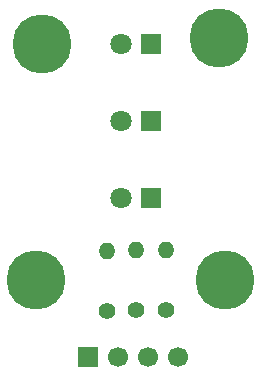
<source format=gbr>
%TF.GenerationSoftware,KiCad,Pcbnew,9.0.1*%
%TF.CreationDate,2025-05-11T21:22:52+02:00*%
%TF.ProjectId,Traffic_Light_Arduino,54726166-6669-4635-9f4c-696768745f41,rev?*%
%TF.SameCoordinates,Original*%
%TF.FileFunction,Copper,L2,Bot*%
%TF.FilePolarity,Positive*%
%FSLAX46Y46*%
G04 Gerber Fmt 4.6, Leading zero omitted, Abs format (unit mm)*
G04 Created by KiCad (PCBNEW 9.0.1) date 2025-05-11 21:22:52*
%MOMM*%
%LPD*%
G01*
G04 APERTURE LIST*
%TA.AperFunction,ComponentPad*%
%ADD10C,5.000000*%
%TD*%
%TA.AperFunction,ComponentPad*%
%ADD11R,1.700000X1.700000*%
%TD*%
%TA.AperFunction,ComponentPad*%
%ADD12C,1.700000*%
%TD*%
%TA.AperFunction,ComponentPad*%
%ADD13C,1.400000*%
%TD*%
%TA.AperFunction,ComponentPad*%
%ADD14O,1.400000X1.400000*%
%TD*%
%TA.AperFunction,ComponentPad*%
%ADD15R,1.800000X1.800000*%
%TD*%
%TA.AperFunction,ComponentPad*%
%ADD16C,1.800000*%
%TD*%
G04 APERTURE END LIST*
D10*
%TO.P,H4,1*%
%TO.N,N/C*%
X176500000Y-98000000D03*
%TD*%
D11*
%TO.P,J1,1,Pin_1*%
%TO.N,Net-(D1-K)*%
X164920000Y-104500000D03*
D12*
%TO.P,J1,2,Pin_2*%
%TO.N,Net-(J1-Pin_2)*%
X167460000Y-104500000D03*
%TO.P,J1,3,Pin_3*%
%TO.N,Net-(J1-Pin_3)*%
X170000000Y-104500000D03*
%TO.P,J1,4,Pin_4*%
%TO.N,Net-(J1-Pin_4)*%
X172540000Y-104500000D03*
%TD*%
D13*
%TO.P,R3,1*%
%TO.N,Net-(J1-Pin_4)*%
X171500000Y-100540000D03*
D14*
%TO.P,R3,2*%
%TO.N,Net-(D3-A)*%
X171500000Y-95460000D03*
%TD*%
D13*
%TO.P,R2,1*%
%TO.N,Net-(J1-Pin_3)*%
X169000000Y-100540000D03*
D14*
%TO.P,R2,2*%
%TO.N,Net-(D2-A)*%
X169000000Y-95460000D03*
%TD*%
D13*
%TO.P,R1,1*%
%TO.N,Net-(J1-Pin_2)*%
X166500000Y-100580000D03*
D14*
%TO.P,R1,2*%
%TO.N,Net-(D1-A)*%
X166500000Y-95500000D03*
%TD*%
D10*
%TO.P,H3,1*%
%TO.N,N/C*%
X160500000Y-98000000D03*
%TD*%
%TO.P,H2,1*%
%TO.N,N/C*%
X161000000Y-78000000D03*
%TD*%
%TO.P,H1,1*%
%TO.N,N/C*%
X176000000Y-77500000D03*
%TD*%
D15*
%TO.P,D3,1,K*%
%TO.N,Net-(D1-K)*%
X170270000Y-91000000D03*
D16*
%TO.P,D3,2,A*%
%TO.N,Net-(D3-A)*%
X167730000Y-91000000D03*
%TD*%
D15*
%TO.P,D2,1,K*%
%TO.N,Net-(D1-K)*%
X170270000Y-84500000D03*
D16*
%TO.P,D2,2,A*%
%TO.N,Net-(D2-A)*%
X167730000Y-84500000D03*
%TD*%
D15*
%TO.P,D1,1,K*%
%TO.N,Net-(D1-K)*%
X170270000Y-78000000D03*
D16*
%TO.P,D1,2,A*%
%TO.N,Net-(D1-A)*%
X167730000Y-78000000D03*
%TD*%
M02*

</source>
